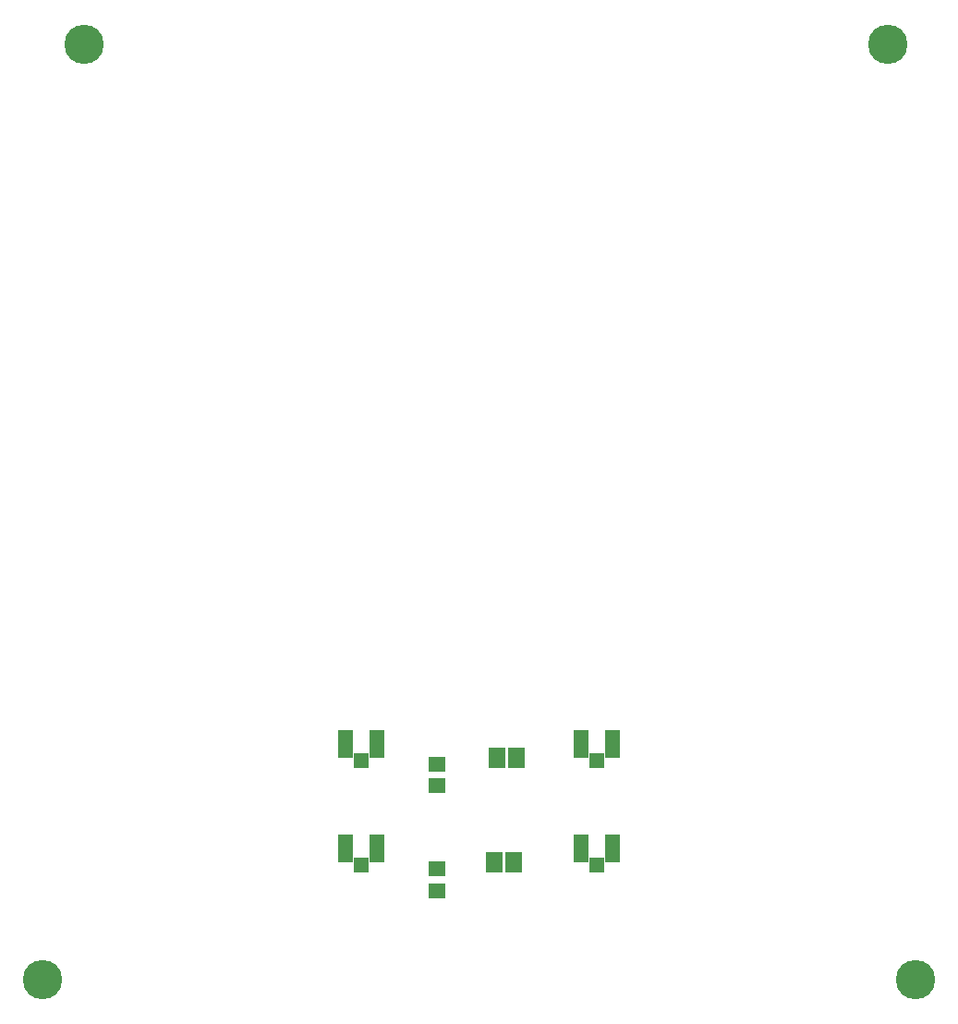
<source format=gts>
G04 #@! TF.GenerationSoftware,KiCad,Pcbnew,5.0.0*
G04 #@! TF.CreationDate,2018-09-15T18:13:10-05:00*
G04 #@! TF.ProjectId,AntennaImpedance,416E74656E6E61496D706564616E6365,rev?*
G04 #@! TF.SameCoordinates,Original*
G04 #@! TF.FileFunction,Soldermask,Top*
G04 #@! TF.FilePolarity,Negative*
%FSLAX46Y46*%
G04 Gerber Fmt 4.6, Leading zero omitted, Abs format (unit mm)*
G04 Created by KiCad (PCBNEW 5.0.0) date Sat Sep 15 18:13:10 2018*
%MOMM*%
%LPD*%
G01*
G04 APERTURE LIST*
%ADD10C,3.600000*%
%ADD11R,1.450000X2.600000*%
%ADD12R,1.400000X1.450000*%
%ADD13R,1.650000X1.400000*%
%ADD14R,1.600000X1.900000*%
G04 APERTURE END LIST*
D10*
G04 #@! TO.C,REF\002A\002A*
X113030000Y-53340000D03*
G04 #@! TD*
G04 #@! TO.C,REF\002A\002A*
X186690000Y-53340000D03*
G04 #@! TD*
G04 #@! TO.C,REF\002A\002A*
X109220000Y-139070000D03*
G04 #@! TD*
G04 #@! TO.C,REF\002A\002A*
X189230000Y-139070000D03*
G04 #@! TD*
D11*
G04 #@! TO.C,AE1*
X136955000Y-117475000D03*
X139905000Y-117475000D03*
D12*
X138430000Y-119000000D03*
G04 #@! TD*
D11*
G04 #@! TO.C,AE2*
X136955000Y-127000000D03*
X139905000Y-127000000D03*
D12*
X138430000Y-128525000D03*
G04 #@! TD*
D13*
G04 #@! TO.C,C1*
X145415000Y-121285000D03*
X145415000Y-119285000D03*
G04 #@! TD*
G04 #@! TO.C,C2*
X145415000Y-128905000D03*
X145415000Y-130905000D03*
G04 #@! TD*
D12*
G04 #@! TO.C,J1*
X160020000Y-119000000D03*
D11*
X161495000Y-117475000D03*
X158545000Y-117475000D03*
G04 #@! TD*
D12*
G04 #@! TO.C,J2*
X160020000Y-128525000D03*
D11*
X161495000Y-127000000D03*
X158545000Y-127000000D03*
G04 #@! TD*
D14*
G04 #@! TO.C,L1*
X150890000Y-118745000D03*
X152640000Y-118745000D03*
G04 #@! TD*
G04 #@! TO.C,L2*
X152400000Y-128270000D03*
X150650000Y-128270000D03*
G04 #@! TD*
M02*

</source>
